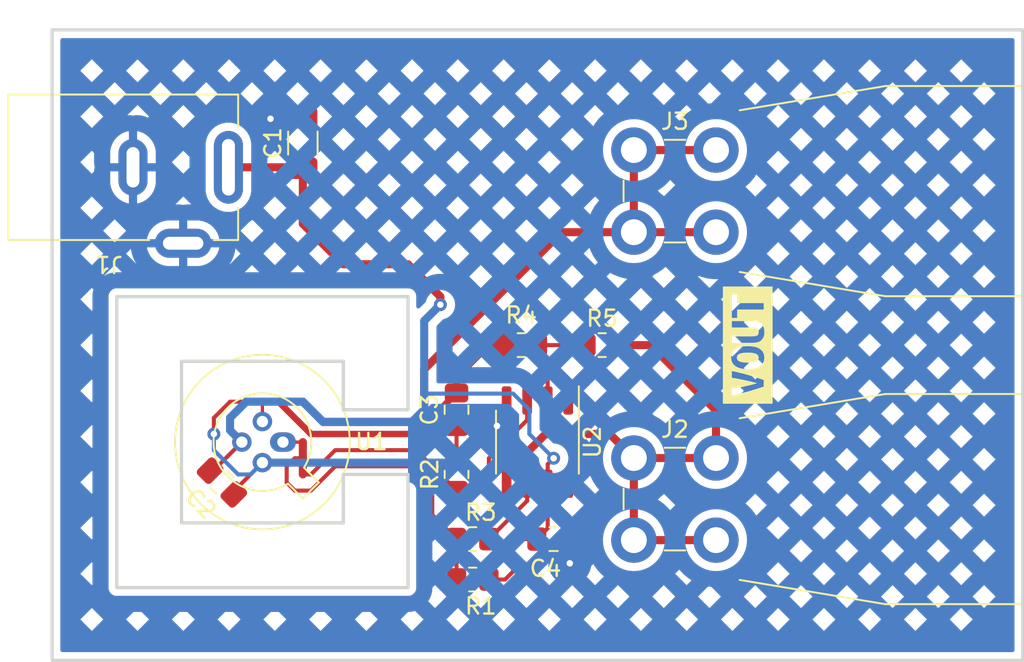
<source format=kicad_pcb>
(kicad_pcb (version 20211014) (generator pcbnew)
  (title_block (comment 4 "AISLER Project ID: JMDPHLSL"))
  (layers (0 "F.Cu" signal) (31 "B.Cu" signal) (34 "B.Paste" user) (35 "F.Paste" user) (36 "B.SilkS" user "B.Silkscreen") (37 "F.SilkS" user "F.Silkscreen") (38 "B.Mask" user) (39 "F.Mask" user) (44 "Edge.Cuts" user))
  (net 0 "")
  (net 1 "VDD")
  (net 2 "GND")
  (net 3 "Net-(C3-Pad1)")
  (net 4 "GNDS")
  (net 5 "/VOUT")
  (net 6 "/ZS+")
  (net 7 "/ZD+")
  (net 8 "/VREF")
  (net 9 "/ZS-")
  (net 10 "Net-(R4-Pad1)")
  (footprint "cal-test-electronics:54-00130" (layer "F.Cu") (at 80 93.5 180)
    (fp_text reference "J1" (at 1.5 -6 180 unlocked) (layer "F.SilkS"))
    (fp_text value "Barrel_Jack_Switch")
    (fp_line (start 7.7 -4.5) (end 7.7 4.5) (layer "F.SilkS") (width 0.12))
    (fp_line (start -1 -4.5) (end 7.7 -4.5) (layer "F.SilkS") (width 0.12))
    (fp_line (start -6.5 -4.5) (end -5 -4.5) (layer "F.SilkS") (width 0.12))
    (fp_line (start 7.7 4.5) (end -6.5 4.5) (layer "F.SilkS") (width 0.12))
    (fp_line (start -6.5 4.5) (end -6.5 2.5) (layer "F.SilkS") (width 0.12))
    (fp_line (start -6.5 -2.5) (end -6.5 -4.5) (layer "F.SilkS") (width 0.12))
    (pad "1" thru_hole roundrect (at -5.9 0 180) (size 1.8 4.5) (drill oval 0.8 3.5) (layers *.Cu *.Mask) (roundrect_rratio 0.5) (net 1 "VDD"))
    (pad "2" thru_hole roundrect (at 0 0 180) (size 1.8 3.5) (drill oval 0.8 2.5) (layers *.Cu *.Mask) (roundrect_rratio 0.5) (net 2 "GND"))
    (pad "3" thru_hole roundrect (at -3.1 -4.7 180) (size 3.5 1.8) (drill oval 2.5 0.8) (layers *.Cu *.Mask) (roundrect_rratio 0.5) (net 2 "GND"))
  )
  (footprint "NetTie:NetTie-3_SMD_Pad0.5mm" (layer "F.Cu") (at 90.5 111.5 -90)
    (fp_text reference "NT1" hide)
    (fp_text value "NetTie_3_Tee")
    (fp_poly (pts (xy -1 -0.25) (xy 1 -0.25) (xy 1 0.25) (xy -1 0.25)) (layer "F.Cu") (width 0) (fill solid))
    (pad "1" smd circle locked (at -1 0 270) (size 0.5 0.5) (layers "F.Cu") (net 6 "/ZS+"))
    (pad "2" smd circle locked (at 0 0 270) (size 0.5 0.5) (layers "F.Cu") (net 7 "/ZD+"))
    (pad "3" smd circle locked (at 1 0 270) (size 0.5 0.5) (layers "F.Cu") (net 8 "/VREF"))
  )
  (footprint "Resistor_SMD:R_0805_2012Metric_Pad1.20x1.40mm_HandSolder" (layer "F.Cu") (at 100 112.5 90)
    (fp_text reference "R2" (at 0 -1.65 90) (layer "F.SilkS"))
    (fp_text value "5R1")
    (fp_line (start -0.227064 0.735) (end 0.227064 0.735) (layer "F.SilkS") (width 0.12))
    (fp_line (start -0.227064 -0.735) (end 0.227064 -0.735) (layer "F.SilkS") (width 0.12))
    (pad "1" smd roundrect locked (at -1 0 90) (size 1.2 1.4) (layers "F.Cu" "F.Paste" "F.Mask") (roundrect_rratio 0.2083333333) (net 8 "/VREF"))
    (pad "2" smd roundrect locked (at 1 0 90) (size 1.2 1.4) (layers "F.Cu" "F.Paste" "F.Mask") (roundrect_rratio 0.2083333333) (net 3 "Net-(C3-Pad1)"))
  )
  (footprint "Capacitor_SMD:C_0805_2012Metric_Pad1.18x1.45mm_HandSolder" (layer "F.Cu") (at 106 116.5)
    (fp_text reference "C4" (at -0.5 1.82) (layer "F.SilkS"))
    (fp_text value "100n" hide)
    (fp_line (start -0.261252 -0.735) (end 0.261252 -0.735) (layer "F.SilkS") (width 0.12))
    (fp_line (start -0.261252 0.735) (end 0.261252 0.735) (layer "F.SilkS") (width 0.12))
    (pad "1" smd roundrect locked (at -1.0375 0) (size 1.175 1.45) (layers "F.Cu" "F.Paste" "F.Mask") (roundrect_rratio 0.2127659574) (net 1 "VDD"))
    (pad "2" smd roundrect locked (at 1.0375 0) (size 1.175 1.45) (layers "F.Cu" "F.Paste" "F.Mask") (roundrect_rratio 0.2127659574) (net 2 "GND"))
  )
  (footprint "cal-test-electronics:CT3151SP" (layer "F.Cu") (at 113.5 94.975)
    (fp_text reference "J3" (at 0 -4.31 unlocked) (layer "F.SilkS"))
    (fp_text value "CT3151SP-0")
    (fp_line (start 13 -6.5) (end 4 -5) (layer "F.SilkS") (width 0.12))
    (fp_line (start 21.4 6.5) (end 13 6.5) (layer "F.SilkS") (width 0.12))
    (fp_line (start -0.635 3.175) (end 0.635 3.175) (layer "F.SilkS") (width 0.12))
    (fp_line (start -0.635 -3.175) (end 0.635 -3.175) (layer "F.SilkS") (width 0.12))
    (fp_line (start 21.4 -6.5) (end 13 -6.5) (layer "F.SilkS") (width 0.12))
    (fp_line (start -3.175 0.635) (end -3.175 -0.635) (layer "F.SilkS") (width 0.12))
    (fp_line (start 13 6.5) (end 4 5) (layer "F.SilkS") (width 0.12))
    (pad "1" thru_hole circle (at -2.54 -2.54) (size 2.8 2.8) (drill 1.6) (layers *.Cu *.Mask) (net 4 "GNDS"))
    (pad "2" thru_hole circle (at 2.54 -2.54) (size 2.8 2.8) (drill 1.6) (layers *.Cu *.Mask) (net 4 "GNDS"))
    (pad "3" thru_hole circle (at 2.54 2.54) (size 2.8 2.8) (drill 1.6) (layers *.Cu *.Mask) (net 4 "GNDS"))
    (pad "4" thru_hole circle (at -2.54 2.54) (size 2.8 2.8) (drill 1.6) (layers *.Cu *.Mask) (net 4 "GNDS"))
  )
  (footprint "Resistor_SMD:R_0805_2012Metric_Pad1.20x1.40mm_HandSolder" (layer "F.Cu") (at 101 116.5)
    (fp_text reference "R3" (at 0.5 -1.65) (layer "F.SilkS"))
    (fp_text value "5K")
    (fp_line (start -0.227064 -0.735) (end 0.227064 -0.735) (layer "F.SilkS") (width 0.12))
    (fp_line (start -0.227064 0.735) (end 0.227064 0.735) (layer "F.SilkS") (width 0.12))
    (pad "1" smd roundrect locked (at -1 0) (size 1.2 1.4) (layers "F.Cu" "F.Paste" "F.Mask") (roundrect_rratio 0.2083333333) (net 7 "/ZD+"))
    (pad "2" smd roundrect locked (at 1 0) (size 1.2 1.4) (layers "F.Cu" "F.Paste" "F.Mask") (roundrect_rratio 0.2083333333) (net 5 "/VOUT"))
  )
  (footprint "Package_SO:SO-8_3.9x4.9mm_P1.27mm" (layer "F.Cu") (at 105 110.5 -90)
    (fp_text reference "U2" (at 0 -3.4 90) (layer "F.SilkS"))
    (fp_text value "LT1012" hide)
    (fp_line (start 0 2.56) (end -1.95 2.56) (layer "F.SilkS") (width 0.12))
    (fp_line (start 0 -2.56) (end -3.45 -2.56) (layer "F.SilkS") (width 0.12))
    (fp_line (start 0 2.56) (end 1.95 2.56) (layer "F.SilkS") (width 0.12))
    (fp_line (start 0 -2.56) (end 1.95 -2.56) (layer "F.SilkS") (width 0.12))
    (pad "1" smd roundrect locked (at -2.575 -1.905 270) (size 1.75 0.6) (layers "F.Cu" "F.Paste" "F.Mask"))
    (pad "2" smd roundrect locked (at -2.575 -0.635 270) (size 1.75 0.6) (layers "F.Cu" "F.Paste" "F.Mask") (net 10 "Net-(R4-Pad1)"))
    (pad "3" smd roundrect locked (at -2.575 0.635 270) (size 1.75 0.6) (layers "F.Cu" "F.Paste" "F.Mask") (net 8 "/VREF"))
    (pad "4" smd roundrect locked (at -2.575 1.905 270) (size 1.75 0.6) (layers "F.Cu" "F.Paste" "F.Mask") (net 2 "GND"))
    (pad "5" smd roundrect locked (at 2.575 1.905 270) (size 1.75 0.6) (layers "F.Cu" "F.Paste" "F.Mask"))
    (pad "6" smd roundrect locked (at 2.575 0.635 270) (size 1.75 0.6) (layers "F.Cu" "F.Paste" "F.Mask") (net 5 "/VOUT"))
    (pad "7" smd roundrect locked (at 2.575 -0.635 270) (size 1.75 0.6) (layers "F.Cu" "F.Paste" "F.Mask") (net 1 "VDD"))
    (pad "8" smd roundrect locked (at 2.575 -1.905 270) (size 1.75 0.6) (layers "F.Cu" "F.Paste" "F.Mask"))
  )
  (footprint "Resistor_SMD:R_0805_2012Metric_Pad1.20x1.40mm_HandSolder" (layer "F.Cu") (at 109 104.5)
    (fp_text reference "R5" (at 0 -1.65) (layer "F.SilkS"))
    (fp_text value "8K8")
    (fp_line (start -0.227064 -0.735) (end 0.227064 -0.735) (layer "F.SilkS") (width 0.12))
    (fp_line (start -0.227064 0.735) (end 0.227064 0.735) (layer "F.SilkS") (width 0.12))
    (pad "1" smd roundrect locked (at -1 0) (size 1.2 1.4) (layers "F.Cu" "F.Paste" "F.Mask") (roundrect_rratio 0.2083333333) (net 10 "Net-(R4-Pad1)"))
    (pad "2" smd roundrect locked (at 1 0) (size 1.2 1.4) (layers "F.Cu" "F.Paste" "F.Mask") (roundrect_rratio 0.2083333333) (net 5 "/VOUT"))
  )
  (footprint "NetTie:NetTie-3_SMD_Pad0.5mm" (layer "F.Cu") (at 88 108)
    (fp_text reference "NT2" hide)
    (fp_text value "NetTie_3_Tee")
    (fp_poly (pts (xy -1 -0.25) (xy 1 -0.25) (xy 1 0.25) (xy -1 0.25)) (layer "F.Cu") (width 0) (fill solid))
    (pad "1" smd circle locked (at -1 0) (size 0.5 0.5) (layers "F.Cu") (net 2 "GND"))
    (pad "2" smd circle locked (at 0 0) (size 0.5 0.5) (layers "F.Cu") (net 9 "/ZS-"))
    (pad "3" smd circle locked (at 1 0) (size 0.5 0.5) (layers "F.Cu") (net 4 "GNDS"))
  )
  (footprint "cal-test-electronics:CT3151SP" (layer "F.Cu") (at 113.5 114.025)
    (fp_text reference "J2" (at 0 -4.31 unlocked) (layer "F.SilkS"))
    (fp_text value "CT3151SP-2")
    (fp_line (start -0.635 3.175) (end 0.635 3.175) (layer "F.SilkS") (width 0.12))
    (fp_line (start 21.4 -6.5) (end 13 -6.5) (layer "F.SilkS") (width 0.12))
    (fp_line (start -3.175 0.635) (end -3.175 -0.635) (layer "F.SilkS") (width 0.12))
    (fp_line (start 13 -6.5) (end 4 -5) (layer "F.SilkS") (width 0.12))
    (fp_line (start 21.4 6.5) (end 13 6.5) (layer "F.SilkS") (width 0.12))
    (fp_line (start -0.635 -3.175) (end 0.635 -3.175) (layer "F.SilkS") (width 0.12))
    (fp_line (start 13 6.5) (end 4 5) (layer "F.SilkS") (width 0.12))
    (pad "1" thru_hole circle (at -2.54 -2.54) (size 2.8 2.8) (drill 1.6) (layers *.Cu *.Mask) (net 5 "/VOUT"))
    (pad "2" thru_hole circle (at 2.54 -2.54) (size 2.8 2.8) (drill 1.6) (layers *.Cu *.Mask) (net 5 "/VOUT"))
    (pad "3" thru_hole circle (at 2.54 2.54) (size 2.8 2.8) (drill 1.6) (layers *.Cu *.Mask) (net 5 "/VOUT"))
    (pad "4" thru_hole circle (at -2.54 2.54) (size 2.8 2.8) (drill 1.6) (layers *.Cu *.Mask) (net 5 "/VOUT"))
  )
  (footprint "Package_TO_SOT_THT:Analog_TO-46-4_ThermalShield" (layer "F.Cu") (at 89.27 110.5 180)
    (fp_text reference "U1" (at -5.468 0.023) (layer "F.SilkS"))
    (fp_text value "ADR1399")
    (fp_line (start -0.312331 -2.572281) (end -1.224499 -3.484448) (layer "F.SilkS") (width 0.12))
    (fp_line (start -2.214448 -2.494499) (end -1.302281 -1.582331) (layer "F.SilkS") (width 0.12))
    (fp_line (start -1.224499 -3.484448) (end -2.214448 -2.494499) (layer "F.SilkS") (width 0.12))
    (fp_arc (start -0.312331 -2.572281) (mid 3.405374 2.135551) (end -1.30215 -1.582544) (layer "F.SilkS") (width 0.12))
    (fp_circle (center 1.27 0) (end 6.67 0) (layer "F.SilkS") (width 0.12) (fill none))
    (pad "1" thru_hole oval locked (at 0 0 180) (size 1.6 1.2) (drill 0.7) (layers *.Cu *.Mask) (net 6 "/ZS+"))
    (pad "2" thru_hole circle locked (at 1.27 1.27 180) (size 1.2 1.2) (drill 0.7) (layers *.Cu *.Mask) (net 9 "/ZS-"))
    (pad "3" thru_hole circle locked (at 2.54 0 180) (size 1.2 1.2) (drill 0.7) (layers *.Cu *.Mask) (net 1 "VDD"))
    (pad "4" thru_hole circle locked (at 1.27 -1.27 180) (size 1.2 1.2) (drill 0.7) (layers *.Cu *.Mask) (net 2 "GND"))
  )
  (footprint "Resistor_SMD:R_0805_2012Metric_Pad1.20x1.40mm_HandSolder" (layer "F.Cu") (at 104 104.5 180)
    (fp_text reference "R4" (at 0 1.85) (layer "F.SilkS"))
    (fp_text value "19K")
    (fp_line (start -0.227064 -0.735) (end 0.227064 -0.735) (layer "F.SilkS") (width 0.12))
    (fp_line (start -0.227064 0.735) (end 0.227064 0.735) (layer "F.SilkS") (width 0.12))
    (pad "1" smd roundrect locked (at -1 0 180) (size 1.2 1.4) (layers "F.Cu" "F.Paste" "F.Mask") (roundrect_rratio 0.2083333333) (net 10 "Net-(R4-Pad1)"))
    (pad "2" smd roundrect locked (at 1 0 180) (size 1.2 1.4) (layers "F.Cu" "F.Paste" "F.Mask") (roundrect_rratio 0.2083333333) (net 4 "GNDS"))
  )
  (footprint "kibuzzard-61E8B62B" (layer "F.Cu") (at 118 104.5 90)
    (fp_text reference "kibuzzard-61E8B62B" hide)
    (fp_text value "G***" hide)
    (fp_poly (pts (xy -1.08585 0) (xy -1.083072 0.138509) (xy -1.074738 0.268288) (xy -1.030288 0.485775) (xy -0.936625 0.631825) (xy -0.7747 0.6858) (xy -0.614363 0.631825) (xy -0.519113 0.484188) (xy -0.474663 0.2667) (xy -0.466328 0.138113) (xy -0.46355 0) (xy -0.466328 -0.138509) (xy -0.474663 -0.268288) (xy -0.519113 -0.485775) (xy -0.612775 -0.631825) (xy -0.7747 -0.6858) (xy -0.936625 -0.631825) (xy -1.030288 -0.484188) (xy -1.074738 -0.2667) (xy -1.083072 -0.138113) (xy -1.08585 0)) (layer "F.SilkS") (width 0) (fill solid))
    (fp_poly (pts (xy -3.114675 -1.538155) (xy -3.114675 -0.981075) (xy -2.701925 -0.981075) (xy -2.678113 -0.816372) (xy -2.644775 -0.627063) (xy -2.604691 -0.422275) (xy -2.560638 -0.211138) (xy -2.513013 0.001588) (xy -2.462213 0.211138) (xy -2.410222 0.408384) (xy -2.359025 0.5842) (xy -2.308225 0.410766) (xy -2.257425 0.214313) (xy -2.208213 0.004763) (xy -2.162175 -0.207963) (xy -2.119313 -0.419497) (xy -2.079625 -0.625475) (xy -2.0447 -0.815975) (xy -2.016125 -0.981075) (xy -1.60655 -0.981075) (xy -1.649016 -0.779463) (xy -1.700213 -0.555625) (xy -1.759744 -0.314722) (xy -1.827213 -0.061913) (xy -1.876425 0.111654) (xy -1.928813 0.287338) (xy -1.482725 0) (xy -1.471017 -0.238423) (xy -1.435894 -0.445691) (xy -1.377355 -0.621804) (xy -1.2954 -0.766763) (xy -1.154289 -0.910519) (xy -0.980722 -0.996774) (xy -0.7747 -1.025525) (xy -0.562328 -0.996774) (xy -0.386644 -0.910519) (xy -0.24765 -0.766763) (xy -0.168473 -0.621804) (xy -0.111919 -0.445691) (xy -0.077986 -0.238423) (xy -0.066675 0) (xy -0.078184 0.238423) (xy -0.112713 0.445691) (xy -0.170259 0.621804) (xy -0.250825 0.766763) (xy -0.390525 0.910519) (xy -0.564092 0.996774) (xy -0.771525 1.025525) (xy -0.984074 0.996774) (xy -1.160286 0.910519) (xy -1.300163 0.766763) (xy -1.380034 0.621804) (xy -1.437084 0.445691) (xy -1.471315 0.238423) (xy -1.482725 0) (xy -1.928813 0.287338) (xy -1.984375 0.465138) (xy -2.042231 0.642056) (xy -2.101497 0.815093) (xy -2.162175 0.98425) (xy -2.5654 0.98425) (xy -2.643981 0.750888) (xy -2.727325 0.48895) (xy -2.783417 0.304976) (xy -2.837392 0.121356) (xy -2.88925 -0.061913) (xy -2.938286 -0.241653) (xy -2.983794 -0.41469) (xy -3.025775 -0.581025) (xy -3.078163 -0.803275) (xy -3.114675 -0.981075) (xy -3.114675 -1.538155) (xy -3.627305 -1.538155) (xy -3.627305 1.538155) (xy 0.80645 1.025525) (xy 0.631428 1.012428) (xy 0.487363 0.973138) (xy 0.282575 0.822325) (xy 0.217488 0.713581) (xy 0.174625 0.5842) (xy 0.150813 0.436563) (xy 0.142875 0.27305) (xy 0.142875 -0.981075) (xy 0.536575 -0.981075) (xy 0.536575 0.24765) (xy 0.549275 0.455613) (xy 0.592138 0.59055) (xy 0.676275 0.663575) (xy 0.8128 0.6858) (xy 0.949325 0.663575) (xy 1.03505 0.588963) (xy 1.0795 0.452438) (xy 1.0922 0.244475) (xy 1.0922 -0.981075) (xy 1.482725 -0.981075) (xy 1.482725 0.27305) (xy 1.474788 0.436563) (xy 1.450975 0.5842) (xy 1.407319 0.713581) (xy 1.33985 0.822325) (xy 1.247775 0.909241) (xy 1.1303 0.973138) (xy 0.98425 1.012428) (xy 0.80645 1.025525) (xy -3.627305 1.538155) (xy -3.114675 1.538155) (xy 3.114675 1.538155) (xy 3.114675 -0.657225) (xy 2.59715 -0.657225) (xy 2.59715 0.98425) (xy 2.20345 0.98425) (xy 2.20345 -0.657225) (xy 1.685925 -0.657225) (xy 1.685925 -0.981075) (xy 3.114675 -0.981075) (xy 3.114675 -0.657225) (xy 3.114675 1.538155) (xy 3.627305 1.538155) (xy 3.627305 -1.538155) (xy 3.114675 -1.538155) (xy -3.114675 -1.538155)) (layer "F.SilkS") (width 0) (fill solid))
  )
  (footprint "Capacitor_SMD:C_1206_3216Metric_Pad1.33x1.80mm_HandSolder" (layer "F.Cu") (at 90.5 92 90)
    (fp_text reference "C1" (at 0 -1.85 90) (layer "F.SilkS"))
    (fp_text value "10u")
    (fp_line (start -0.711252 -0.91) (end 0.711252 -0.91) (layer "F.SilkS") (width 0.12))
    (fp_line (start -0.711252 0.91) (end 0.711252 0.91) (layer "F.SilkS") (width 0.12))
    (pad "1" smd roundrect locked (at -1.5625 0 90) (size 1.325 1.8) (layers "F.Cu" "F.Paste" "F.Mask") (roundrect_rratio 0.1886792453) (net 1 "VDD"))
    (pad "2" smd roundrect locked (at 1.5625 0 90) (size 1.325 1.8) (layers "F.Cu" "F.Paste" "F.Mask") (roundrect_rratio 0.1886792453) (net 2 "GND"))
  )
  (footprint "Capacitor_SMD:C_0805_2012Metric_Pad1.18x1.45mm_HandSolder" (layer "F.Cu") (at 85.5 113 -45)
    (fp_text reference "C2" (at 0 1.855534 135) (layer "F.SilkS"))
    (fp_text value "100n")
    (fp_line (start -0.261252 -0.735) (end 0.261252 -0.735) (layer "F.SilkS") (width 0.12))
    (fp_line (start -0.261252 0.735) (end 0.261252 0.735) (layer "F.SilkS") (width 0.12))
    (pad "1" smd roundrect locked (at -1.0375 0 315) (size 1.175 1.45) (layers "F.Cu" "F.Paste" "F.Mask") (roundrect_rratio 0.2127659574) (net 1 "VDD"))
    (pad "2" smd roundrect locked (at 1.0375 0 315) (size 1.175 1.45) (layers "F.Cu" "F.Paste" "F.Mask") (roundrect_rratio 0.2127659574) (net 2 "GND"))
  )
  (footprint "Resistor_SMD:R_0805_2012Metric_Pad1.20x1.40mm_HandSolder" (layer "F.Cu") (at 101 119 180)
    (fp_text reference "R1" (at -0.5 -1.65) (layer "F.SilkS"))
    (fp_text value "200K")
    (fp_line (start -0.227064 -0.735) (end 0.227064 -0.735) (layer "F.SilkS") (width 0.12))
    (fp_line (start -0.227064 0.735) (end 0.227064 0.735) (layer "F.SilkS") (width 0.12))
    (pad "1" smd roundrect locked (at -1 0 180) (size 1.2 1.4) (layers "F.Cu" "F.Paste" "F.Mask") (roundrect_rratio 0.2083333333) (net 1 "VDD"))
    (pad "2" smd roundrect locked (at 1 0 180) (size 1.2 1.4) (layers "F.Cu" "F.Paste" "F.Mask") (roundrect_rratio 0.2083333333) (net 7 "/ZD+"))
  )
  (footprint "Capacitor_SMD:C_0805_2012Metric_Pad1.18x1.45mm_HandSolder" (layer "F.Cu") (at 100 108.5 90)
    (fp_text reference "C3" (at 0 -1.68 90) (layer "F.SilkS"))
    (fp_text value "1u")
    (fp_line (start -0.261252 0.735) (end 0.261252 0.735) (layer "F.SilkS") (width 0.12))
    (fp_line (start -0.261252 -0.735) (end 0.261252 -0.735) (layer "F.SilkS") (width 0.12))
    (pad "1" smd roundrect locked (at -1.0375 0 90) (size 1.175 1.45) (layers "F.Cu" "F.Paste" "F.Mask") (roundrect_rratio 0.2127659574) (net 3 "Net-(C3-Pad1)"))
    (pad "2" smd roundrect locked (at 1.0375 0 90) (size 1.175 1.45) (layers "F.Cu" "F.Paste" "F.Mask") (roundrect_rratio 0.2127659574) (net 4 "GNDS"))
  )
  (gr_line (start 93 115.5) (end 83 115.5) (layer "Edge.Cuts") (width 0.2))
  (gr_rect (start 75 85) (end 135 124) (layer "Edge.Cuts") (width 0.2) (fill none))
  (gr_line (start 83 115.5) (end 83 105.5) (layer "Edge.Cuts") (width 0.2))
  (gr_line (start 97 108.5) (end 97 101.5) (layer "Edge.Cuts") (width 0.2))
  (gr_line (start 93 105.5) (end 93 108.5) (layer "Edge.Cuts") (width 0.2))
  (gr_line (start 97 119.5) (end 97 112.5) (layer "Edge.Cuts") (width 0.2))
  (gr_line (start 97 101.5) (end 79 101.5) (layer "Edge.Cuts") (width 0.2))
  (gr_line (start 83 105.5) (end 93 105.5) (layer "Edge.Cuts") (width 0.2))
  (gr_line (start 93 112.5) (end 93 115.5) (layer "Edge.Cuts") (width 0.2))
  (gr_line (start 79 101.5) (end 79 119.5) (layer "Edge.Cuts") (width 0.2))
  (gr_line (start 79 119.5) (end 97 119.5) (layer "Edge.Cuts") (width 0.2))
  (gr_line (start 97 112.5) (end 93 112.5) (layer "Edge.Cuts") (width 0.2))
  (gr_line (start 93 108.5) (end 97 108.5) (layer "Edge.Cuts") (width 0.2))
  (segment (start 97 99.5) (end 99 101.5) (width 0.5) (layer "F.Cu") (net 1))
  (segment (start 85.9 93.5) (end 90.4375 93.5) (width 0.5) (layer "F.Cu") (net 1))
  (segment (start 93 99.5) (end 97 99.5) (width 0.5) (layer "F.Cu") (net 1))
  (segment (start 84.963623 112.266377) (end 84.766377 112.266377) (width 0.25) (layer "F.Cu") (net 1))
  (segment (start 104 116.5) (end 103.5 117) (width 0.25) (layer "F.Cu") (net 1))
  (segment (start 90.5 97) (end 93 99.5) (width 0.5) (layer "F.Cu") (net 1))
  (segment (start 103.5 118.5) (end 103 119) (width 0.25) (layer "F.Cu") (net 1))
  (segment (start 86.73 110.5) (end 84.963623 112.266377) (width 0.25) (layer "F.Cu") (net 1))
  (segment (start 99 101.5) (end 99 102) (width 0.5) (layer "F.Cu") (net 1))
  (segment (start 103 119) (end 102 119) (width 0.25) (layer "F.Cu") (net 1))
  (segment (start 104.9625 116.5) (end 104 116.5) (width 0.25) (layer "F.Cu") (net 1))
  (segment (start 105.635 113.075) (end 105.635 115.8275) (width 0.25) (layer "F.Cu") (net 1))
  (segment (start 105.635 111.865) (end 106 111.5) (width 0.25) (layer "F.Cu") (net 1))
  (segment (start 103.5 117) (end 103.5 118.5) (width 0.25) (layer "F.Cu") (net 1))
  (segment (start 90.4375 93.5) (end 90.5 93.5625) (width 0.5) (layer "F.Cu") (net 1))
  (segment (start 105.635 115.8275) (end 104.9625 116.5) (width 0.25) (layer "F.Cu") (net 1))
  (segment (start 90.5 93.5625) (end 90.5 97) (width 0.5) (layer "F.Cu") (net 1))
  (segment (start 105.635 113.075) (end 105.635 111.865) (width 0.25) (layer "F.Cu") (net 1))
  (via (at 106 111.5) (size 0.8) (drill 0.4) (layers "F.Cu" "B.Cu") (net 1))
  (via (at 99 102) (size 0.8) (drill 0.4) (layers "F.Cu" "B.Cu") (net 1))
  (segment (start 86.73 110.5) (end 86 109.77) (width 0.5) (layer "B.Cu") (net 1))
  (segment (start 106 111.5) (end 104.5 110) (width 0.25) (layer "B.Cu") (net 1))
  (segment (start 91.75 109.25) (end 97.25 109.25) (width 0.5) (layer "B.Cu") (net 1))
  (segment (start 103.5 107.5) (end 98 107.5) (width 0.25) (layer "B.Cu") (net 1))
  (segment (start 98 108.5) (end 98 107.5) (width 0.5) (layer "B.Cu") (net 1))
  (segment (start 104.5 108.5) (end 103.5 107.5) (width 0.25) (layer "B.Cu") (net 1))
  (segment (start 86 109) (end 87 108) (width 0.5) (layer "B.Cu") (net 1))
  (segment (start 87 108) (end 90.5 108) (width 0.5) (layer "B.Cu") (net 1))
  (segment (start 98 107.5) (end 98 103) (width 0.5) (layer "B.Cu") (net 1))
  (segment (start 90.5 108) (end 91.75 109.25) (width 0.5) (layer "B.Cu") (net 1))
  (segment (start 104.5 110) (end 104.5 108.5) (width 0.25) (layer "B.Cu") (net 1))
  (segment (start 86 109.77) (end 86 109) (width 0.5) (layer "B.Cu") (net 1))
  (segment (start 97.25 109.25) (end 98 108.5) (width 0.5) (layer "B.Cu") (net 1))
  (segment (start 98 103) (end 99 102) (width 0.5) (layer "B.Cu") (net 1))
  (segment (start 90.5 90.4375) (end 88.5625 90.4375) (width 0.5) (layer "F.Cu") (net 2))
  (segment (start 103.095 107.925) (end 103.095 108.905) (width 0.25) (layer "F.Cu") (net 2))
  (segment (start 107.0375 117.9625) (end 107 118) (width 0.25) (layer "F.Cu") (net 2))
  (segment (start 88.5625 90.4375) (end 88.5 90.5) (width 0.5) (layer "F.Cu") (net 2))
  (segment (start 85 109) (end 85 110) (width 0.25) (layer "F.Cu") (net 2))
  (segment (start 103.095 108.905) (end 102.5 109.5) (width 0.25) (layer "F.Cu") (net 2))
  (segment (start 86 108) (end 85 109) (width 0.25) (layer "F.Cu") (net 2))
  (segment (start 87 108) (end 86 108) (width 0.25) (layer "F.Cu") (net 2))
  (segment (start 86.233623 113.536377) (end 86.233623 113.733623) (width 0.25) (layer "F.Cu") (net 2))
  (segment (start 88 111.77) (end 86.233623 113.536377) (width 0.25) (layer "F.Cu") (net 2))
  (segment (start 107.0375 116.5) (end 107.0375 117.9625) (width 0.25) (layer "F.Cu") (net 2))
  (via (at 88.5 90.5) (size 0.8) (drill 0.4) (layers "F.Cu" "B.Cu") (net 2))
  (via (at 107 118) (size 0.8) (drill 0.4) (layers "F.Cu" "B.Cu") (net 2))
  (via (at 102.5 109.5) (size 0.8) (drill 0.4) (layers "F.Cu" "B.Cu") (net 2))
  (via (at 85 110) (size 0.8) (drill 0.4) (layers "F.Cu" "B.Cu") (net 2))
  (segment (start 100.23 111.77) (end 102.5 109.5) (width 0.5) (layer "B.Cu") (net 2))
  (segment (start 86.5 112.5) (end 87.27 112.5) (width 0.25) (layer "B.Cu") (net 2))
  (segment (start 88 111.77) (end 100.23 111.77) (width 0.5) (layer "B.Cu") (net 2))
  (segment (start 85 110) (end 85 111) (width 0.25) (layer "B.Cu") (net 2))
  (segment (start 87.27 112.5) (end 88 111.77) (width 0.25) (layer "B.Cu") (net 2))
  (segment (start 85 111) (end 86.5 112.5) (width 0.25) (layer "B.Cu") (net 2))
  (segment (start 100 109.5375) (end 100 111.5) (width 0.25) (layer "F.Cu") (net 3))
  (segment (start 89 108) (end 91 110) (width 0.4) (layer "F.Cu") (net 4))
  (segment (start 102 104.5) (end 103 104.5) (width 0.4) (layer "F.Cu") (net 4))
  (segment (start 89 108) (end 90.5 108) (width 0.5) (layer "F.Cu") (net 4))
  (segment (start 100 106.5) (end 102 104.5) (width 0.4) (layer "F.Cu") (net 4))
  (segment (start 91.75 109.25) (end 97.25 109.25) (width 0.5) (layer "F.Cu") (net 4))
  (segment (start 91 110) (end 97.4625 110) (width 0.4) (layer "F.Cu") (net 4))
  (segment (start 116.04 97.515) (end 110.96 97.515) (width 0.5) (layer "F.Cu") (net 4))
  (segment (start 110.96 92.435) (end 110.96 97.515) (width 0.5) (layer "F.Cu") (net 4))
  (segment (start 100 107.4625) (end 100 106.5) (width 0.4) (layer "F.Cu") (net 4))
  (segment (start 90.5 108) (end 91.75 109.25) (width 0.5) (layer "F.Cu") (net 4))
  (segment (start 97.4625 110) (end 100 107.4625) (width 0.4) (layer "F.Cu") (net 4))
  (segment (start 98 108.5) (end 98 106) (width 0.5) (layer "F.Cu") (net 4))
  (segment (start 98 106) (end 106.485 97.515) (width 0.5) (layer "F.Cu") (net 4))
  (segment (start 116.04 92.435) (end 110.96 92.435) (width 0.5) (layer "F.Cu") (net 4))
  (segment (start 97.25 109.25) (end 98 108.5) (width 0.5) (layer "F.Cu") (net 4))
  (segment (start 106.485 97.515) (end 110.96 97.515) (width 0.5) (layer "F.Cu") (net 4))
  (segment (start 112 104.5) (end 116.04 108.54) (width 0.5) (layer "F.Cu") (net 5))
  (segment (start 105.5 110) (end 109.475 110) (width 0.5) (layer "F.Cu") (net 5))
  (segment (start 104.365 111.135) (end 105.5 110) (width 0.5) (layer "F.Cu") (net 5))
  (segment (start 116.04 108.54) (end 116.04 111.485) (width 0.5) (layer "F.Cu") (net 5))
  (segment (start 110.96 111.485) (end 116.04 111.485) (width 0.5) (layer "F.Cu") (net 5))
  (segment (start 104.365 114.135) (end 102 116.5) (width 0.25) (layer "F.Cu") (net 5))
  (segment (start 104.365 113.075) (end 104.365 111.135) (width 0.5) (layer "F.Cu") (net 5))
  (segment (start 104.365 113.075) (end 104.365 114.135) (width 0.25) (layer "F.Cu") (net 5))
  (segment (start 110.96 111.485) (end 110.96 116.565) (width 0.5) (layer "F.Cu") (net 5))
  (segment (start 110 104.5) (end 112 104.5) (width 0.5) (layer "F.Cu") (net 5))
  (segment (start 110.96 116.565) (end 116.04 116.565) (width 0.5) (layer "F.Cu") (net 5))
  (segment (start 109.475 110) (end 110.96 111.485) (width 0.5) (layer "F.Cu") (net 5))
  (segment (start 89.27 110.5) (end 90.5 110.5) (width 0.2) (layer "F.Cu") (net 6))
  (segment (start 100 116.5) (end 98.5 115) (width 0.25) (layer "F.Cu") (net 7))
  (segment (start 90 111.5) (end 90.5 111.5) (width 0.25) (layer "F.Cu") (net 7))
  (segment (start 98.5 113) (end 97.5 112) (width 0.25) (layer "F.Cu") (net 7))
  (segment (start 91 113.5) (end 90 113.5) (width 0.25) (layer "F.Cu") (net 7))
  (segment (start 89.5 113) (end 89.5 112) (width 0.25) (layer "F.Cu") (net 7))
  (segment (start 97.5 112) (end 92.5 112) (width 0.25) (layer "F.Cu") (net 7))
  (segment (start 98.5 115) (end 98.5 113) (width 0.25) (layer "F.Cu") (net 7))
  (segment (start 90 113.5) (end 89.5 113) (width 0.25) (layer "F.Cu") (net 7))
  (segment (start 92.5 112) (end 91 113.5) (width 0.25) (layer "F.Cu") (net 7))
  (segment (start 100 119) (end 100 116.5) (width 0.25) (layer "F.Cu") (net 7))
  (segment (start 89.5 112) (end 90 111.5) (width 0.25) (layer "F.Cu") (net 7))
  (segment (start 92.5 111) (end 97.5 111) (width 0.25) (layer "F.Cu") (net 8))
  (segment (start 104.365 107.925) (end 104.365 109.135) (width 0.25) (layer "F.Cu") (net 8))
  (segment (start 104.365 109.135) (end 102 111.5) (width 0.25) (layer "F.Cu") (net 8))
  (segment (start 91 112.5) (end 92.5 111) (width 0.25) (layer "F.Cu") (net 8))
  (segment (start 102 112.5) (end 101 113.5) (width 0.25) (layer "F.Cu") (net 8))
  (segment (start 97.5 111) (end 100 113.5) (width 0.25) (layer "F.Cu") (net 8))
  (segment (start 90.5 112.5) (end 91 112.5) (width 0.25) (layer "F.Cu") (net 8))
  (segment (start 101 113.5) (end 100 113.5) (width 0.25) (layer "F.Cu") (net 8))
  (segment (start 102 111.5) (end 102 112.5) (width 0.25) (layer "F.Cu") (net 8))
  (segment (start 88 109.23) (end 88 108) (width 0.2) (layer "F.Cu") (net 9))
  (segment (start 105.635 107.925) (end 105.635 106.135) (width 0.25) (layer "F.Cu") (net 10))
  (segment (start 105 104.5) (end 105 105.5) (width 0.25) (layer "F.Cu") (net 10))
  (segment (start 105 105.5) (end 105.635 106.135) (width 0.25) (layer "F.Cu") (net 10))
  (segment (start 105 104.5) (end 108 104.5) (width 0.25) (layer "F.Cu") (net 10))
  (zone (net 0) (net_name "") (layers F&B.Cu) (connect_pads (clearance 0)) (min_thickness 0.254)
    (keepout (tracks allowed) (vias allowed) (pads allowed) (copperpour not_allowed) (footprints allowed))
    (fill (thermal_gap 0.508) (thermal_bridge_width 0.508))
    (polygon (pts (xy 93 108.5) (xy 97 108.5) (xy 97 112.5) (xy 93 112.5) (xy 93 115.5) (xy 83 115.5) (xy 83 105.5) (xy 93 105.5)))
  )
  (zone (net 2) (net_name "GND") (layer "B.Cu") (name "GROUNDPLANE") (connect_pads (clearance 0.508)) (min_thickness 0.254) (fill yes (mode hatch) (thermal_gap 0.508) (thermal_bridge_width 0.508) (hatch_thickness 1) (hatch_gap 1) (hatch_orientation 45) (hatch_border_algorithm hatch_thickness) (hatch_min_hole_area 0.3))
    (polygon (pts (xy 135 124) (xy 75 124) (xy 75 85) (xy 135 85)))
  )
)
</source>
